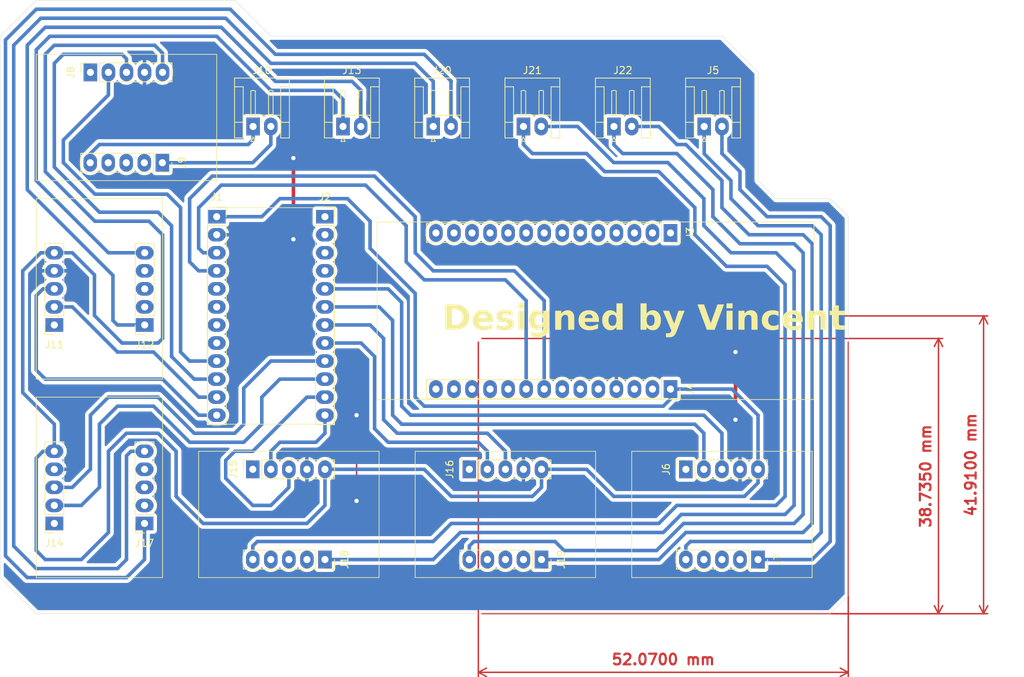
<source format=kicad_pcb>
(kicad_pcb (version 20240108) (generator "pcbnew") (generator_version "8.0")
  (layers (0 "F.Cu" signal) (31 "B.Cu" signal) (34 "B.Paste" user) (35 "F.Paste" user) (36 "B.SilkS" user "B.Silkscreen") (37 "F.SilkS" user "F.Silkscreen") (38 "B.Mask" user) (39 "F.Mask" user) (44 "Edge.Cuts" user))
  (net 0 "")
  (net 31 "GND")
  (net 32 "+5V")
  (net 33 "SDA")
  (net 34 "SCL")
  (net 36 "SCL1")
  (net 37 "SDA0")
  (net 38 "SCL0")
  (net 39 "SDA1")
  (net 40 "SDA2")
  (net 41 "SCL2")
  (net 42 "SDA5")
  (net 43 "SCL5")
  (net 44 "SDA4")
  (net 45 "SCL3")
  (net 46 "SDA3")
  (net 47 "SCL4")
  (net 50 "Net-(J5-Pin_1)")
  (net 51 "Net-(J5-Pin_2)")
  (net 58 "Net-(J10-Pin_2)")
  (net 59 "Net-(J10-Pin_1)")
  (net 62 "Net-(J12-Pin_1)")
  (net 64 "Net-(J12-Pin_5)")
  (net 70 "Net-(J17-Pin_5)")
  (net 71 "Net-(J17-Pin_1)")
  (net 78 "Net-(J18-Pin_1)")
  (net 79 "Net-(J18-Pin_5)")
  (net 80 "Net-(J19-Pin_5)")
  (net 81 "Net-(J19-Pin_1)")
  (footprint "Connector_PinSocket_2.54mm:PinSocket_1x14_P2.54mm_Vertical" (layer "F.Cu") (at 165.48 78.486 -90)
    (property "Reference" "J3" (at 0 -2.77 90) (layer "F.SilkS"))
    (property "Value" "Conn_01x14_Socket")
    (pad "1" thru_hole rect (at 0 0 270) (size 2.5 1.9) (drill 1) (layers "*.Cu" "*.Mask"))
    (pad "2" thru_hole oval (at 0 2.54 270) (size 2.5 1.9) (drill 1) (layers "*.Cu" "*.Mask"))
    (pad "3" thru_hole oval (at 0 5.08 270) (size 2.5 1.9) (drill 1) (layers "*.Cu" "*.Mask"))
    (pad "4" thru_hole oval (at 0 7.62 270) (size 2.5 1.9) (drill 1) (layers "*.Cu" "*.Mask"))
    (pad "5" thru_hole oval (at 0 10.16 270) (size 2.5 1.9) (drill 1) (layers "*.Cu" "*.Mask"))
    (pad "6" thru_hole oval (at 0 12.7 270) (size 2.5 1.9) (drill 1) (layers "*.Cu" "*.Mask"))
    (pad "7" thru_hole oval (at 0 15.24 270) (size 2.5 1.9) (drill 1) (layers "*.Cu" "*.Mask"))
    (pad "8" thru_hole oval (at 0 17.78 270) (size 2.5 1.9) (drill 1) (layers "*.Cu" "*.Mask"))
    (pad "9" thru_hole oval (at 0 20.32 270) (size 2.5 1.9) (drill 1) (layers "*.Cu" "*.Mask"))
    (pad "10" thru_hole oval (at 0 22.86 270) (size 2.5 1.9) (drill 1) (layers "*.Cu" "*.Mask"))
    (pad "11" thru_hole oval (at 0 25.4 270) (size 2.5 1.9) (drill 1) (layers "*.Cu" "*.Mask"))
    (pad "12" thru_hole oval (at 0 27.94 270) (size 2.5 1.9) (drill 1) (layers "*.Cu" "*.Mask"))
    (pad "13" thru_hole oval (at 0 30.48 270) (size 2.5 1.9) (drill 1) (layers "*.Cu" "*.Mask"))
    (pad "14" thru_hole oval (at 0 33.02 270) (size 2.5 1.9) (drill 1) (layers "*.Cu" "*.Mask"))
  )
  (footprint "Connector_PinSocket_2.54mm:PinSocket_1x05_P2.54mm_Vertical" (layer "F.Cu") (at 78.74 91.44 180)
    (property "Reference" "J11" (at 0 -2.77 0) (layer "F.SilkS"))
    (property "Value" "Conn_01x05_Socket")
    (pad "1" thru_hole rect (at 0 0 180) (size 2.5 1.9) (drill 1) (layers "*.Cu" "*.Mask"))
    (pad "2" thru_hole oval (at 0 2.54 180) (size 2.5 1.9) (drill 1) (layers "*.Cu" "*.Mask") (net 39 "SDA1"))
    (pad "3" thru_hole oval (at 0 5.08 180) (size 2.5 1.9) (drill 1) (layers "*.Cu" "*.Mask") (net 36 "SCL1"))
    (pad "4" thru_hole oval (at 0 7.62 180) (size 2.5 1.9) (drill 1) (layers "*.Cu" "*.Mask") (net 31 "GND"))
    (pad "5" thru_hole oval (at 0 10.16 180) (size 2.5 1.9) (drill 1) (layers "*.Cu" "*.Mask") (net 32 "+5V"))
  )
  (footprint "Connector_PinSocket_2.54mm:PinSocket_1x05_P2.54mm_Vertical" (layer "F.Cu") (at 177.8 124.46 -90)
    (property "Reference" "J7" (at 0 -2.77 90) (layer "F.SilkS"))
    (property "Value" "Conn_01x05_Socket")
    (pad "1" thru_hole rect (at 0 0 270) (size 2.5 1.9) (drill 1) (layers "*.Cu" "*.Mask") (net 51 "Net-(J5-Pin_2)"))
    (pad "2" thru_hole oval (at 0 2.54 270) (size 2.5 1.9) (drill 1) (layers "*.Cu" "*.Mask"))
    (pad "3" thru_hole oval (at 0 5.08 270) (size 2.5 1.9) (drill 1) (layers "*.Cu" "*.Mask"))
    (pad "4" thru_hole oval (at 0 7.62 270) (size 2.5 1.9) (drill 1) (layers "*.Cu" "*.Mask"))
    (pad "5" thru_hole oval (at 0 10.16 270) (size 2.5 1.9) (drill 1) (layers "*.Cu" "*.Mask") (net 50 "Net-(J5-Pin_1)"))
  )
  (footprint "Connector_PinSocket_2.54mm:PinSocket_1x12_P2.54mm_Vertical" (layer "F.Cu") (at 101.6 76.2)
    (property "Reference" "J1" (at 0 -2.77 0) (layer "F.SilkS"))
    (property "Value" "Conn_01x12_Socket")
    (pad "1" thru_hole rect (at 0 0) (size 2.5 1.9) (drill 1) (layers "*.Cu" "*.Mask") (net 32 "+5V"))
    (pad "2" thru_hole oval (at 0 2.54) (size 2.5 1.9) (drill 1) (layers "*.Cu" "*.Mask") (net 31 "GND"))
    (pad "3" thru_hole oval (at 0 5.08) (size 2.5 1.9) (drill 1) (layers "*.Cu" "*.Mask") (net 33 "SDA"))
    (pad "4" thru_hole oval (at 0 7.62) (size 2.5 1.9) (drill 1) (layers "*.Cu" "*.Mask") (net 34 "SCL"))
    (pad "5" thru_hole oval (at 0 10.16) (size 2.5 1.9) (drill 1) (layers "*.Cu" "*.Mask"))
    (pad "6" thru_hole oval (at 0 12.7) (size 2.5 1.9) (drill 1) (layers "*.Cu" "*.Mask"))
    (pad "7" thru_hole oval (at 0 15.24) (size 2.5 1.9) (drill 1) (layers "*.Cu" "*.Mask"))
    (pad "8" thru_hole oval (at 0 17.78) (size 2.5 1.9) (drill 1) (layers "*.Cu" "*.Mask"))
    (pad "9" thru_hole oval (at 0 20.32) (size 2.5 1.9) (drill 1) (layers "*.Cu" "*.Mask") (net 37 "SDA0"))
    (pad "10" thru_hole oval (at 0 22.86) (size 2.5 1.9) (drill 1) (layers "*.Cu" "*.Mask") (net 38 "SCL0"))
    (pad "11" thru_hole oval (at 0 25.4) (size 2.5 1.9) (drill 1) (layers "*.Cu" "*.Mask") (net 39 "SDA1"))
    (pad "12" thru_hole oval (at 0 27.94) (size 2.5 1.9) (drill 1) (layers "*.Cu" "*.Mask") (net 36 "SCL1"))
  )
  (footprint "Connector_JST:JST_EH_S2B-EH_1x02_P2.50mm_Horizontal" (layer "F.Cu") (at 144.78 63.5)
    (property "Reference" "J21" (at 1.25 -7.9 0) (layer "F.SilkS"))
    (property "Value" "Conn_01x02_Socket")
    (pad "1" thru_hole rect (at 0 0) (size 1.9 2.5) (drill 1) (layers "*.Cu" "*.Mask") (net 79 "Net-(J18-Pin_5)"))
    (pad "2" thru_hole oval (at 2.5 0) (size 1.9 2.5) (drill 1) (layers "*.Cu" "*.Mask") (net 78 "Net-(J18-Pin_1)"))
  )
  (footprint "Connector_PinSocket_2.54mm:PinSocket_1x05_P2.54mm_Vertical" (layer "F.Cu") (at 137.16 111.76 90)
    (property "Reference" "J16" (at 0 -2.77 90) (layer "F.SilkS"))
    (property "Value" "Conn_01x05_Socket")
    (pad "1" thru_hole rect (at 0 0 90) (size 2.5 1.9) (drill 1) (layers "*.Cu" "*.Mask"))
    (pad "2" thru_hole oval (at 0 2.54 90) (size 2.5 1.9) (drill 1) (layers "*.Cu" "*.Mask") (net 44 "SDA4"))
    (pad "3" thru_hole oval (at 0 5.08 90) (size 2.5 1.9) (drill 1) (layers "*.Cu" "*.Mask") (net 47 "SCL4"))
    (pad "4" thru_hole oval (at 0 7.62 90) (size 2.5 1.9) (drill 1) (layers "*.Cu" "*.Mask") (net 31 "GND"))
    (pad "5" thru_hole oval (at 0 10.16 90) (size 2.5 1.9) (drill 1) (layers "*.Cu" "*.Mask") (net 32 "+5V"))
  )
  (footprint "Connector_JST:JST_EH_S2B-EH_1x02_P2.50mm_Horizontal" (layer "F.Cu") (at 157.52 63.5)
    (property "Reference" "J22" (at 1.25 -7.9 0) (layer "F.SilkS"))
    (property "Value" "Conn_01x02_Socket")
    (pad "1" thru_hole rect (at 0 0) (size 1.9 2.5) (drill 1) (layers "*.Cu" "*.Mask") (net 80 "Net-(J19-Pin_5)"))
    (pad "2" thru_hole oval (at 2.5 0) (size 1.9 2.5) (drill 1) (layers "*.Cu" "*.Mask") (net 81 "Net-(J19-Pin_1)"))
  )
  (footprint "Connector_JST:JST_EH_S2B-EH_1x02_P2.50mm_Horizontal" (layer "F.Cu") (at 119.38 63.5)
    (property "Reference" "J13" (at 1.25 -7.9 0) (layer "F.SilkS"))
    (property "Value" "Conn_01x02_Socket")
    (pad "1" thru_hole rect (at 0 0) (size 1.9 2.5) (drill 1) (layers "*.Cu" "*.Mask") (net 64 "Net-(J12-Pin_5)"))
    (pad "2" thru_hole oval (at 2.5 0) (size 1.9 2.5) (drill 1) (layers "*.Cu" "*.Mask") (net 62 "Net-(J12-Pin_1)"))
  )
  (footprint "Connector_JST:JST_EH_S2B-EH_1x02_P2.50mm_Horizontal" (layer "F.Cu") (at 106.72 63.5)
    (property "Reference" "J10" (at 1.25 -7.9 0) (layer "F.SilkS"))
    (property "Value" "Conn_01x02_Socket")
    (pad "1" thru_hole rect (at 0 0) (size 1.9 2.5) (drill 1) (layers "*.Cu" "*.Mask") (net 59 "Net-(J10-Pin_1)"))
    (pad "2" thru_hole oval (at 2.5 0) (size 1.9 2.5) (drill 1) (layers "*.Cu" "*.Mask") (net 58 "Net-(J10-Pin_2)"))
  )
  (footprint "Connector_JST:JST_EH_S2B-EH_1x02_P2.50mm_Horizontal" (layer "F.Cu") (at 132.08 63.5)
    (property "Reference" "J20" (at 1.25 -7.9 0) (layer "F.SilkS"))
    (property "Value" "Conn_01x02_Socket")
    (pad "1" thru_hole rect (at 0 0) (size 1.9 2.5) (drill 1) (layers "*.Cu" "*.Mask") (net 70 "Net-(J17-Pin_5)"))
    (pad "2" thru_hole oval (at 2.5 0) (size 1.9 2.5) (drill 1) (layers "*.Cu" "*.Mask") (net 71 "Net-(J17-Pin_1)"))
  )
  (footprint "Connector_PinSocket_2.54mm:PinSocket_1x12_P2.54mm_Vertical" (layer "F.Cu") (at 116.84 76.2)
    (property "Reference" "J2" (at 0 -2.77 0) (layer "F.SilkS"))
    (property "Value" "Conn_01x12_Socket")
    (pad "1" thru_hole rect (at 0 0) (size 2.5 1.9) (drill 1) (layers "*.Cu" "*.Mask"))
    (pad "2" thru_hole oval (at 0 2.54) (size 2.5 1.9) (drill 1) (layers "*.Cu" "*.Mask"))
    (pad "3" thru_hole oval (at 0 5.08) (size 2.5 1.9) (drill 1) (layers "*.Cu" "*.Mask"))
    (pad "4" thru_hole oval (at 0 7.62) (size 2.5 1.9) (drill 1) (layers "*.Cu" "*.Mask"))
    (pad "5" thru_hole oval (at 0 10.16) (size 2.5 1.9) (drill 1) (layers "*.Cu" "*.Mask") (net 43 "SCL5"))
    (pad "6" thru_hole oval (at 0 12.7) (size 2.5 1.9) (drill 1) (layers "*.Cu" "*.Mask") (net 42 "SDA5"))
    (pad "7" thru_hole oval (at 0 15.24) (size 2.5 1.9) (drill 1) (layers "*.Cu" "*.Mask") (net 47 "SCL4"))
    (pad "8" thru_hole oval (at 0 17.78) (size 2.5 1.9) (drill 1) (layers "*.Cu" "*.Mask") (net 44 "SDA4"))
    (pad "9" thru_hole oval (at 0 20.32) (size 2.5 1.9) (drill 1) (layers "*.Cu" "*.Mask") (net 45 "SCL3"))
    (pad "10" thru_hole oval (at 0 22.86) (size 2.5 1.9) (drill 1) (layers "*.Cu" "*.Mask") (net 46 "SDA3"))
    (pad "11" thru_hole oval (at 0 25.4) (size 2.5 1.9) (drill 1) (layers "*.Cu" "*.Mask") (net 41 "SCL2"))
    (pad "12" thru_hole oval (at 0 27.94) (size 2.5 1.9) (drill 1) (layers "*.Cu" "*.Mask") (net 40 "SDA2"))
  )
  (footprint "Connector_PinSocket_2.54mm:PinSocket_1x05_P2.54mm_Vertical" (layer "F.Cu") (at 106.68 111.76 90)
    (property "Reference" "J15" (at 0 -2.77 90) (layer "F.SilkS"))
    (property "Value" "Conn_01x05_Socket")
    (pad "1" thru_hole rect (at 0 0 90) (size 2.5 1.9) (drill 1) (layers "*.Cu" "*.Mask"))
    (pad "2" thru_hole oval (at 0 2.54 90) (size 2.5 1.9) (drill 1) (layers "*.Cu" "*.Mask") (net 40 "SDA2"))
    (pad "3" thru_hole oval (at 0 5.08 90) (size 2.5 1.9) (drill 1) (layers "*.Cu" "*.Mask") (net 41 "SCL2"))
    (pad "4" thru_hole oval (at 0 7.62 90) (size 2.5 1.9) (drill 1) (layers "*.Cu" "*.Mask") (net 31 "GND"))
    (pad "5" thru_hole oval (at 0 10.16 90) (size 2.5 1.9) (drill 1) (layers "*.Cu" "*.Mask") (net 32 "+5V"))
  )
  (footprint "Connector_PinSocket_2.54mm:PinSocket_1x14_P2.54mm_Vertical" (layer "F.Cu") (at 165.48 100.466 -90)
    (property "Reference" "J4" (at 0 -2.77 90) (layer "F.SilkS"))
    (property "Value" "Conn_01x14_Socket")
    (pad "1" thru_hole rect (at 0 0 270) (size 2.5 1.9) (drill 1) (layers "*.Cu" "*.Mask") (net 32 "+5V"))
    (pad "2" thru_hole oval (at 0 2.54 270) (size 2.5 1.9) (drill 1) (layers "*.Cu" "*.Mask"))
    (pad "3" thru_hole oval (at 0 5.08 270) (size 2.5 1.9) (drill 1) (layers "*.Cu" "*.Mask"))
    (pad "4" thru_hole oval (at 0 7.62 270) (size 2.5 1.9) (drill 1) (layers "*.Cu" "*.Mask") (net 31 "GND"))
    (pad "5" thru_hole oval (at 0 10.16 270) (size 2.5 1.9) (drill 1) (layers "*.Cu" "*.Mask"))
    (pad "6" thru_hole oval (at 0 12.7 270) (size 2.5 1.9) (drill 1) (layers "*.Cu" "*.Mask"))
    (pad "7" thru_hole oval (at 0 15.24 270) (size 2.5 1.9) (drill 1) (layers "*.Cu" "*.Mask"))
    (pad "8" thru_hole oval (at 0 17.78 270) (size 2.5 1.9) (drill 1) (layers "*.Cu" "*.Mask") (net 34 "SCL"))
    (pad "9" thru_hole oval (at 0 20.32 270) (size 2.5 1.9) (drill 1) (layers "*.Cu" "*.Mask") (net 33 "SDA"))
    (pad "10" thru_hole oval (at 0 22.86 270) (size 2.5 1.9) (drill 1) (layers "*.Cu" "*.Mask"))
    (pad "11" thru_hole oval (at 0 25.4 270) (size 2.5 1.9) (drill 1) (layers "*.Cu" "*.Mask"))
    (pad "12" thru_hole oval (at 0 27.94 270) (size 2.5 1.9) (drill 1) (layers "*.Cu" "*.Mask"))
    (pad "13" thru_hole oval (at 0 30.48 270) (size 2.5 1.9) (drill 1) (layers "*.Cu" "*.Mask"))
    (pad "14" thru_hole oval (at 0 33.02 270) (size 2.5 1.9) (drill 1) (layers "*.Cu" "*.Mask"))
  )
  (footprint "Connector_PinSocket_2.54mm:PinSocket_1x05_P2.54mm_Vertical" (layer "F.Cu") (at 167.64 111.76 90)
    (property "Reference" "J6" (at 0 -2.77 90) (layer "F.SilkS"))
    (property "Value" "Conn_01x05_Socket")
    (pad "1" thru_hole rect (at 0 0 90) (size 2.5 1.9) (drill 1) (layers "*.Cu" "*.Mask"))
    (pad "2" thru_hole oval (at 0 2.54 90) (size 2.5 1.9) (drill 1) (layers "*.Cu" "*.Mask") (net 42 "SDA5"))
    (pad "3" thru_hole oval (at 0 5.08 90) (size 2.5 1.9) (drill 1) (layers "*.Cu" "*.Mask") (net 43 "SCL5"))
    (pad "4" thru_hole oval (at 0 7.62 90) (size 2.5 1.9) (drill 1) (layers "*.Cu" "*.Mask") (net 31 "GND"))
    (pad "5" thru_hole oval (at 0 10.16 90) (size 2.5 1.9) (drill 1) (layers "*.Cu" "*.Mask") (net 32 "+5V"))
  )
  (footprint "Connector_PinSocket_2.54mm:PinSocket_1x05_P2.54mm_Vertical" (layer "F.Cu") (at 91.465 91.44 180)
    (property "Reference" "J12" (at 0 -2.77 0) (layer "F.SilkS"))
    (property "Value" "Conn_01x05_Socket")
    (pad "1" thru_hole rect (at 0 0 180) (size 2.5 1.9) (drill 1) (layers "*.Cu" "*.Mask") (net 62 "Net-(J12-Pin_1)"))
    (pad "2" thru_hole oval (at 0 2.54 180) (size 2.5 1.9) (drill 1) (layers "*.Cu" "*.Mask"))
    (pad "3" thru_hole oval (at 0 5.08 180) (size 2.5 1.9) (drill 1) (layers "*.Cu" "*.Mask"))
    (pad "4" thru_hole oval (at 0 7.62 180) (size 2.5 1.9) (drill 1) (layers "*.Cu" "*.Mask"))
    (pad "5" thru_hole oval (at 0 10.16 180) (size 2.5 1.9) (drill 1) (layers "*.Cu" "*.Mask") (net 64 "Net-(J12-Pin_5)"))
  )
  (footprint "Connector_PinSocket_2.54mm:PinSocket_1x05_P2.54mm_Vertical" (layer "F.Cu") (at 147.32 124.46 -90)
    (property "Reference" "J19" (at 0 -2.77 90) (layer "F.SilkS"))
    (property "Value" "Conn_01x05_Socket")
    (pad "1" thru_hole rect (at 0 0 270) (size 2.5 1.9) (drill 1) (layers "*.Cu" "*.Mask") (net 81 "Net-(J19-Pin_1)"))
    (pad "2" thru_hole oval (at 0 2.54 270) (size 2.5 1.9) (drill 1) (layers "*.Cu" "*.Mask"))
    (pad "3" thru_hole oval (at 0 5.08 270) (size 2.5 1.9) (drill 1) (layers "*.Cu" "*.Mask"))
    (pad "4" thru_hole oval (at 0 7.62 270) (size 2.5 1.9) (drill 1) (layers "*.Cu" "*.Mask"))
    (pad "5" thru_hole oval (at 0 10.16 270) (size 2.5 1.9) (drill 1) (layers "*.Cu" "*.Mask") (net 80 "Net-(J19-Pin_5)"))
  )
  (footprint "Connector_PinSocket_2.54mm:PinSocket_1x05_P2.54mm_Vertical" (layer "F.Cu") (at 91.44 119.38 180)
    (property "Reference" "J17" (at 0 -2.77 0) (layer "F.SilkS"))
    (property "Value" "Conn_01x05_Socket")
    (pad "1" thru_hole rect (at 0 0 180) (size 2.5 1.9) (drill 1) (layers "*.Cu" "*.Mask") (net 71 "Net-(J17-Pin_1)"))
    (pad "2" thru_hole oval (at 0 2.54 180) (size 2.5 1.9) (drill 1) (layers "*.Cu" "*.Mask"))
    (pad "3" thru_hole oval (at 0 5.08 180) (size 2.5 1.9) (drill 1) (layers "*.Cu" "*.Mask"))
    (pad "4" thru_hole oval (at 0 7.62 180) (size 2.5 1.9) (drill 1) (layers "*.Cu" "*.Mask"))
    (pad "5" thru_hole oval (at 0 10.16 180) (size 2.5 1.9) (drill 1) (layers "*.Cu" "*.Mask") (net 70 "Net-(J17-Pin_5)"))
  )
  (footprint "Connector_JST:JST_EH_S2B-EH_1x02_P2.50mm_Horizontal" (layer "F.Cu") (at 170.22 63.5)
    (property "Reference" "J5" (at 1.25 -7.9 0) (layer "F.SilkS"))
    (property "Value" "Conn_01x02_Socket")
    (pad "1" thru_hole rect (at 0 0) (size 1.9 2.5) (drill 1) (layers "*.Cu" "*.Mask") (net 50 "Net-(J5-Pin_1)"))
    (pad "2" thru_hole oval (at 2.5 0) (size 1.9 2.5) (drill 1) (layers "*.Cu" "*.Mask") (net 51 "Net-(J5-Pin_2)"))
  )
  (footprint "Connector_PinSocket_2.54mm:PinSocket_1x05_P2.54mm_Vertical" (layer "F.Cu") (at 116.84 124.46 -90)
    (property "Reference" "J18" (at 0 -2.77 90) (layer "F.SilkS"))
    (property "Value" "Conn_01x05_Socket")
    (pad "1" thru_hole rect (at 0 0 270) (size 2.5 1.9) (drill 1) (layers "*.Cu" "*.Mask") (net 78 "Net-(J18-Pin_1)"))
    (pad "2" thru_hole oval (at 0 2.54 270) (size 2.5 1.9) (drill 1) (layers "*.Cu" "*.Mask"))
    (pad "3" thru_hole oval (at 0 5.08 270) (size 2.5 1.9) (drill 1) (layers "*.Cu" "*.Mask"))
    (pad "4" thru_hole oval (at 0 7.62 270) (size 2.5 1.9) (drill 1) (layers "*.Cu" "*.Mask"))
    (pad "5" thru_hole oval (at 0 10.16 270) (size 2.5 1.9) (drill 1) (layers "*.Cu" "*.Mask") (net 79 "Net-(J18-Pin_5)"))
  )
  (footprint "Connector_PinSocket_2.54mm:PinSocket_1x05_P2.54mm_Vertical" (layer "F.Cu") (at 93.95 68.605 -90)
    (property "Reference" "J9" (at 0 -2.77 90) (layer "F.SilkS"))
    (property "Value" "Conn_01x05_Socket")
    (pad "1" thru_hole rect (at 0 0 270) (size 2.5 1.9) (drill 1) (layers "*.Cu" "*.Mask") (net 58 "Net-(J10-Pin_2)"))
    (pad "2" thru_hole oval (at 0 2.54 270) (size 2.5 1.9) (drill 1) (layers "*.Cu" "*.Mask"))
    (pad "3" thru_hole oval (at 0 5.08 270) (size 2.5 1.9) (drill 1) (layers "*.Cu" "*.Mask"))
    (pad "4" thru_hole oval (at 0 7.62 270) (size 2.5 1.9) (drill 1) (layers "*.Cu" "*.Mask"))
    (pad "5" thru_hole oval (at 0 10.16 270) (size 2.5 1.9) (drill 1) (layers "*.Cu" "*.Mask") (net 59 "Net-(J10-Pin_1)"))
  )
  (footprint "Connector_PinSocket_2.54mm:PinSocket_1x05_P2.54mm_Vertical" (layer "F.Cu") (at 78.74 119.38 180)
    (property "Reference" "J14" (at 0 -2.77 0) (layer "F.SilkS"))
    (property "Value" "Conn_01x05_Socket")
    (pad "1" thru_hole rect (at 0 0 180) (size 2.5 1.9) (drill 1) (layers "*.Cu" "*.Mask"))
    (pad "2" thru_hole oval (at 0 2.54 180) (size 2.5 1.9) (drill 1) (layers "*.Cu" "*.Mask") (net 46 "SDA3"))
    (pad "3" thru_hole oval (at 0 5.08 180) (size 2.5 1.9) (drill 1) (layers "*.Cu" "*.Mask") (net 45 "SCL3"))
    (pad "4" thru_hole oval (at 0 7.62 180) (size 2.5 1.9) (drill 1) (layers "*.Cu" "*.Mask") (net 31 "GND"))
    (pad "5" thru_hole oval (at 0 10.16 180) (size 2.5 1.9) (drill 1) (layers "*.Cu" "*.Mask") (net 32 "+5V"))
  )
  (footprint "Connector_PinSocket_2.54mm:PinSocket_1x05_P2.54mm_Vertical" (layer "F.Cu") (at 83.82 55.88 90)
    (property "Reference" "J8" (at 0 -2.77 90) (layer "F.SilkS"))
    (property "Value" "Conn_01x05_Socket")
    (pad "1" thru_hole rect (at 0 0 90) (size 2.5 1.9) (drill 1) (layers "*.Cu" "*.Mask"))
    (pad "2" thru_hole oval (at 0 2.54 90) (size 2.5 1.9) (drill 1) (layers "*.Cu" "*.Mask") (net 37 "SDA0"))
    (pad "3" thru_hole oval (at 0 5.08 90) (size 2.5 1.9) (drill 1) (layers "*.Cu" "*.Mask") (net 38 "SCL0"))
    (pad "4" thru_hole oval (at 0 7.62 90) (size 2.5 1.9) (drill 1) (layers "*.Cu" "*.Mask") (net 31 "GND"))
    (pad "5" thru_hole oval (at 0 10.16 90) (size 2.5 1.9) (drill 1) (layers "*.Cu" "*.Mask") (net 32 "+5V"))
  )
  (gr_rect (start 124.19 76.936) (end 185.69 101.936) (stroke (width 0.1)) (fill none) (layer "F.SilkS"))
  (gr_rect (start 99.06 109.22) (end 124.46 127) (stroke (width 0.1)) (fill none) (layer "F.SilkS"))
  (gr_rect (start 76.2 73.66) (end 93.98 99.06) (stroke (width 0.1)) (fill none) (layer "F.SilkS"))
  (gr_rect (start 76.2 53.34) (end 101.6 71.12) (stroke (width 0.1)) (fill none) (layer "F.SilkS"))
  (gr_rect (start 160.02 109.22) (end 185.42 127) (stroke (width 0.1)) (fill none) (layer "F.SilkS"))
  (gr_rect (start 76.2 101.6) (end 93.98 127) (stroke (width 0.1)) (fill none) (layer "F.SilkS"))
  (gr_rect (start 100.33 74.93) (end 118.11 105.41) (stroke (width 0.1)) (fill none) (layer "F.SilkS"))
  (gr_rect (start 129.54 109.22) (end 154.94 127) (stroke (width 0.1)) (fill none) (layer "F.SilkS"))
  (gr_line (start 187.96 132.08) (end 190.5 129.54) (stroke (width 0.05)) (layer "Edge.Cuts"))
  (gr_line (start 190.5 129.54) (end 190.5 76.2) (stroke (width 0.05)) (layer "Edge.Cuts"))
  (gr_line (start 177.8 55.88) (end 172.72 50.8) (stroke (width 0.05)) (layer "Edge.Cuts"))
  (gr_line (start 180.34 73.66) (end 177.8 71.12) (stroke (width 0.05)) (layer "Edge.Cuts"))
  (gr_line (start 172.72 50.8) (end 109.22 50.8) (stroke (width 0.05)) (layer "Edge.Cuts"))
  (gr_line (start 187.96 73.66) (end 180.34 73.66) (stroke (width 0.05)) (layer "Edge.Cuts"))
  (gr_line (start 76.2 132.08) (end 187.96 132.08) (stroke (width 0.05)) (layer "Edge.Cuts"))
  (gr_line (start 71.12 127) (end 76.2 132.08) (stroke (width 0.05)) (layer "Edge.Cuts"))
  (gr_line (start 177.8 71.12) (end 177.8 66.04) (stroke (width 0.05)) (layer "Edge.Cuts"))
  (gr_line (start 76.2 45.72) (end 71.12 50.8) (stroke (width 0.05)) (layer "Edge.Cuts"))
  (gr_line (start 190.5 76.2) (end 187.96 73.66) (stroke (width 0.05)) (layer "Edge.Cuts"))
  (gr_line (start 109.22 50.8) (end 104.14 45.72) (stroke (width 0.05)) (layer "Edge.Cuts"))
  (gr_line (start 104.14 45.72) (end 76.2 45.72) (stroke (width 0.05)) (layer "Edge.Cuts"))
  (gr_line (start 71.12 50.8) (end 71.12 127) (stroke (width 0.05)) (layer "Edge.Cuts"))
  (gr_line (start 177.8 66.04) (end 177.8 55.88) (stroke (width 0.05)) (layer "Edge.Cuts"))
  (gr_text "Designed by Vincent" (at 133.35 92.71 0) (layer "F.SilkS") (effects (font (size 3.5 3.5) (thickness 0.2) (bold yes)) (justify left bottom)))
  (dimension (type aligned) (layer "F.Cu") (pts (xy 138.43 93.345) (xy 138.43 132.08)) (height -64.77) (gr_text "38,7350 mm" (at 201.4 112.7125 90) (layer "F.Cu") (effects (font (size 1.5 1.5) (thickness 0.3)))) (format (prefix "") (suffix "") (units 3) (units_format 1) (precision 4)) (style (thickness 0.2) (arrow_length 1.27) (text_position_mode 0) (extension_height 0.58642) (extension_offset 0.5) keep_text_aligned))
  (dimension (type aligned) (layer "F.Cu") (pts (xy 138.43 93.345) (xy 190.5 93.345)) (height 46.99) (gr_text "52,0700 mm" (at 164.465 138.535 0) (layer "F.Cu") (effects (font (size 1.5 1.5) (thickness 0.3)))) (format (prefix "") (suffix "") (units 3) (units_format 1) (precision 4)) (style (thickness 0.2) (arrow_length 1.27) (text_position_mode 0) (extension_height 0.58642) (extension_offset 0.5) keep_text_aligned))
  (dimension (type aligned) (layer "F.Cu") (pts (xy 187.96 132.08) (xy 187.96 90.17)) (height 21.59) (gr_text "41,9100 mm" (at 207.75 111.125 90) (layer "F.Cu") (effects (font (size 1.5 1.5) (thickness 0.3)))) (format (prefix "") (suffix "") (units 3) (units_format 1) (precision 4)) (style (thickness 0.2) (arrow_length 1.27) (text_position_mode 0) (extension_height 0.58642) (extension_offset 0.5) keep_text_aligned))
  (segment (start 174.625 104.775) (end 174.625 95.25) (width 0.5) (layer "F.Cu") (net 31))
  (segment (start 121.285 104.14) (end 121.285 116.205) (width 0.2) (layer "F.Cu") (net 31))
  (segment (start 112.395 67.945) (end 112.395 79.375) (width 0.5) (layer "F.Cu") (net 31))
  (via (at 112.395 79.375) (size 1.6) (drill 0.6) (layers "F.Cu" "B.Cu") (net 31))
  (via (at 174.625 95.25) (size 1.6) (drill 0.6) (layers "F.Cu" "B.Cu") (net 31))
  (via (at 121.285 104.14) (size 1.6) (drill 0.6) (layers "F.Cu" "B.Cu") (net 31))
  (via (at 121.285 116.205) (size 1.6) (drill 0.6) (layers "F.Cu" "B.Cu") (net 31))
  (via (at 112.395 67.945) (size 1.6) (drill 0.6) (layers "F.Cu" "B.Cu") (net 31))
  (via (at 174.625 104.775) (size 1.6) (drill 0.6) (layers "F.Cu" "B.Cu") (net 31))
  (segment (start 177.8 111.76) (end 177.8 104.14) (width 0.5) (layer "B.Cu") (net 32))
  (segment (start 86.36 109.22) (end 88.9 106.68) (width 0.5) (layer "B.Cu") (net 32))
  (segment (start 92.075 76.835) (end 84.455 76.835) (width 0.5) (layer "B.Cu") (net 32))
  (segment (start 177.8 113.665) (end 175.895 115.57) (width 0.5) (layer "B.Cu") (net 32))
  (segment (start 78.74 105.41) (end 78.74 109.22) (width 0.5) (layer "B.Cu") (net 32))
  (segment (start 78.74 81.28) (end 81.28 81.28) (width 0.5) (layer "B.Cu") (net 32))
  (segment (start 110.49 73.66) (end 120.015 73.66) (width 0.5) (layer "B.Cu") (net 32))
  (segment (start 77.1525 109.22) (end 76.2 110.1725) (width 0.5) (layer "B.Cu") (net 32))
  (segment (start 114.3 119.38) (end 116.84 116.84) (width 0.5) (layer "B.Cu") (net 32))
  (segment (start 177.8 104.14) (end 174.126 100.466) (width 0.5) (layer "B.Cu") (net 32))
  (segment (start 123.19 80.645) (end 129.54 86.995) (width 0.5) (layer "B.Cu") (net 32))
  (segment (start 81.28 81.28) (end 84.39 84.39) (width 0.5) (layer "B.Cu") (net 32))
  (segment (start 88.265 93.98) (end 93.345 93.98) (width 0.5) (layer "B.Cu") (net 32))
  (segment (start 78.74 52.07) (end 92.86875 52.07) (width 0.5) (layer "B.Cu") (net 32))
  (segment (start 93.98 78.74) (end 92.075 76.835) (width 0.5) (layer "B.Cu") (net 32))
  (segment (start 78.74 81.28) (end 76.835 81.28) (width 0.5) (layer "B.Cu") (net 32))
  (segment (start 82.55 124.46) (end 86.36 120.65) (width 0.5) (layer "B.Cu") (net 32))
  (segment (start 164.465 102.87) (end 165.48 101.855) (width 0.5) (layer "B.Cu") (net 32))
  (segment (start 78.74 109.22) (end 77.1525 109.22) (width 0.5) (layer "B.Cu") (net 32))
  (segment (start 175.895 115.57) (end 157.48 115.57) (width 0.5) (layer "B.Cu") (net 32))
  (segment (start 157.48 115.57) (end 153.67 111.76) (width 0.5) (layer "B.Cu") (net 32))
  (segment (start 174.126 100.466) (end 165.48 100.466) (width 0.5) (layer "B.Cu") (net 32))
  (segment (start 77.47 53.34) (end 78.74 52.07) (width 0.5) (layer "B.Cu") (net 32))
  (segment (start 76.2 123.19) (end 77.47 124.46) (width 0.5) (layer "B.Cu") (net 32))
  (segment (start 77.47 69.85) (end 77.47 53.34) (width 0.5) (layer "B.Cu") (net 32))
  (segment (start 84.39 84.39) (end 84.39 90.105) (width 0.5) (layer "B.Cu") (net 32))
  (segment (start 134.62 115.57) (end 146.05 115.57) (width 0.5) (layer "B.Cu") (net 32))
  (segment (start 130.81 102.87) (end 164.465 102.87) (width 0.5) (layer "B.Cu") (net 32))
  (segment (start 93.98 53.18125) (end 93.98 55.88) (width 0.5) (layer "B.Cu") (net 32))
  (segment (start 88.9 106.68) (end 93.345 106.68) (width 0.5) (layer "B.Cu") (net 32))
  (segment (start 95.885 109.22) (end 95.885 115.57) (width 0.5) (layer "B.Cu") (net 32))
  (segment (start 86.36 120.65) (end 86.36 109.22) (width 0.5) (layer "B.Cu") (net 32))
  (segment (start 107.95 76.2) (end 110.49 73.66) (width 0.5) (layer "B.Cu") (net 32))
  (segment (start 120.015 73.66) (end 123.19 76.835) (width 0.5) (layer "B.Cu") (net 32))
  (segment (start 177.8 111.76) (end 177.8 113.665) (width 0.5) (layer "B.Cu") (net 32))
  (segment (start 76.835 81.28) (end 74.295 83.82) (width 0.5) (layer "B.Cu") (net 32))
  (segment (start 93.345 93.98) (end 93.98 93.345) (width 0.5) (layer "B.Cu") (net 32))
  (segment (start 129.54 86.995) (end 129.54 101.6) (width 0.5) (layer "B.Cu") (net 32))
  (segment (start 101.6 76.2) (end 107.95 76.2) (width 0.5) (layer "B.Cu") (net 32))
  (segment (start 165.48 101.855) (end 165.48 100.466) (width 0.5) (layer "B.Cu") (net 32))
  (segment (start 147.32 114.3) (end 147.32 111.76) (width 0.5) (layer "B.Cu") (net 32))
  (segment (start 93.98 93.345) (end 93.98 78.74) (width 0.5) (layer "B.Cu") (net 32))
  (segment (start 93.345 106.68) (end 95.885 109.22) (width 0.5) (layer "B.Cu") (net 32))
  (segment (start 84.39 90.105) (end 88.265 93.98) (width 0.5) (layer "B.Cu") (net 32))
  (segment (start 74.295 100.965) (end 78.74 105.41) (width 0.5) (layer "B.Cu") (net 32))
  (segment (start 129.54 101.6) (end 130.81 102.87) (width 0.5) (layer "B.Cu") (net 32))
  (segment (start 116.84 111.76) (end 130.81 111.76) (width 0.5) (layer "B.Cu") (net 32))
  (segment (start 146.05 115.57) (end 147.32 114.3) (width 0.5) (layer "B.Cu") (net 32))
  (segment (start 77.47 124.46) (end 82.55 124.46) (width 0.5) (layer "B.Cu") (net 32))
  (segment (start 92.86875 52.07) (end 93.98 53.18125) (width 0.5) (layer "B.Cu") (net 32))
  (segment (start 153.67 111.76) (end 147.32 111.76) (width 0.5) (layer "B.Cu") (net 32))
  (segment (start 74.295 83.82) (end 74.295 100.965) (width 0.5) (layer "B.Cu") (net 32))
  (segment (start 116.84 116.84) (end 116.84 111.76) (width 0.5) (layer "B.Cu") (net 32))
  (segment (start 130.81 111.76) (end 134.62 115.57) (width 0.5) (layer "B.Cu") (net 32))
  (segment (start 76.2 110.1725) (end 76.2 123.19) (width 0.5) (layer "B.Cu") (net 32))
  (segment (start 123.19 76.835) (end 123.19 80.645) (width 0.5) (layer "B.Cu") (net 32))
  (segment (start 84.455 76.835) (end 77.47 69.85) (width 0.5) (layer "B.Cu") (net 32))
  (segment (start 99.695 119.38) (end 114.3 119.38) (width 0.5) (layer "B.Cu") (net 32))
  (segment (start 95.885 115.57) (end 99.695 119.38) (width 0.5) (layer "B.Cu") (net 32))
  (segment (start 142.24 85.09) (end 145.16 88.01) (width 0.5) (layer "B.Cu") (net 33))
  (segment (start 128.27 82.55) (end 130.81 85.09) (width 0.5) (layer "B.Cu") (net 33))
  (segment (start 122.555 71.755) (end 128.27 77.47) (width 0.5) (layer "B.Cu") (net 33))
  (segment (start 130.81 85.09) (end 142.24 85.09) (width 0.5) (layer "B.Cu") (net 33))
  (segment (start 101.6 81.28) (end 99.695 81.28) (width 0.5) (layer "B.Cu") (net 33))
  (segment (start 99.06 74.93) (end 102.235 71.755) (width 0.5) (layer "B.Cu") (net 33))
  (segment (start 99.06 80.645) (end 99.06 74.93) (width 0.5) (layer "B.Cu") (net 33))
  (segment (start 128.27 77.47) (end 128.27 82.55) (width 0.5) (layer "B.Cu") (net 33))
  (segment (start 99.695 81.28) (end 99.06 80.645) (width 0.5) (layer "B.Cu") (net 33))
  (segment (start 102.235 71.755) (end 122.555 71.755) (width 0.5) (layer "B.Cu") (net 33))
  (segment (start 145.16 88.01) (end 145.16 100.466) (width 0.5) (layer "B.Cu") (net 33))
  (segment (start 99.06 83.82) (end 97.79 82.55) (width 0.5) (layer "B.Cu") (net 34))
  (segment (start 97.79 73.66) (end 100.965 70.485) (width 0.5) (layer "B.Cu") (net 34))
  (segment (start 129.54 76.2) (end 129.54 81.28) (width 0.5) (layer "B.Cu") (net 34))
  (segment (start 129.54 81.28) (end 132.08 83.82) (width 0.5) (layer "B.Cu") (net 34))
  (segment (start 147.7 88.01) (end 147.7 100.466) (width 0.5) (layer "B.Cu") (net 34))
  (segment (start 97.79 82.55) (end 97.79 73.66) (width 0.5) (layer "B.Cu") (net 34))
  (segment (start 123.825 70.485) (end 129.54 76.2) (width 0.5) (layer "B.Cu") (net 34))
  (segment (start 132.08 83.82) (end 143.51 83.82) (width 0.5) (layer "B.Cu") (net 34))
  (segment (start 143.51 83.82) (end 147.7 88.01) (width 0.5) (layer "B.Cu") (net 34))
  (segment (start 100.965 70.485) (end 123.825 70.485) (width 0.5) (layer "B.Cu") (net 34))
  (segment (start 101.6 83.82) (end 99.06 83.82) (width 0.5) (layer "B.Cu") (net 34))
  (segment (start 77.1525 86.36) (end 76.2 87.3125) (width 0.5) (layer "B.Cu") (net 36))
  (segment (start 99.06 104.14) (end 101.6 104.14) (width 0.5) (layer "B.Cu") (net 36))
  (segment (start 78.74 86.36) (end 77.1525 86.36) (width 0.5) (layer "B.Cu") (net 36))
  (segment (start 93.98 99.06) (end 99.06 104.14) (width 0.5) (layer "B.Cu") (net 36))
  (segment (start 76.2 87.3125) (end 76.2 97.79) (width 0.5) (layer "B.Cu") (net 36))
  (segment (start 76.2 97.79) (end 77.47 99.06) (width 0.5) (layer "B.Cu") (net 36))
  (segment (start 77.47 99.06) (end 93.98 99.06) (width 0.5) (layer "B.Cu") (net 36))
  (segment (start 80.01 65.405) (end 86.36 59.055) (width 0.5) (layer "B.Cu") (net 37))
  (segment (start 96.52 95.25) (end 96.52 74.93) (width 0.5) (layer "B.Cu") (net 37))
  (segment (start 84.455 73.025) (end 80.01 68.58) (width 0.5) (layer "B.Cu") (net 37))
  (segment (start 94.615 73.025) (end 84.455 73.025) (width 0.5) (layer "B.Cu") (net 37))
  (segment (start 96.52 74.93) (end 94.615 73.025) (width 0.5) (layer "B.Cu") (net 37))
  (segment (start 86.36 59.055) (end 86.36 55.88) (width 0.5) (layer "B.Cu") (net 37))
  (segment (start 101.6 96.52) (end 97.79 96.52) (width 0.5) (layer "B.Cu") (net 37))
  (segment (start 97.79 96.52) (end 96.52 95.25) (width 0.5) (layer "B.Cu") (net 37))
  (segment (start 80.01 68.58) (end 80.01 65.405) (width 0.5) (layer "B.Cu") (net 37))
  (segment (start 88.9 55.88) (end 88.9 53.975) (width 0.5) (layer "B.Cu") (net 38))
  (segment (start 80.01 53.34) (end 78.74 54.61) (width 0.5) (layer "B.Cu") (net 38))
  (segment (start 98.425 99.06) (end 101.6 99.06) (width 0.5) (layer "B.Cu") (net 38))
  (segment (start 95.25 77.47) (end 95.25 95.885) (width 0.5) (layer "B.Cu") (net 38))
  (segment (start 88.265 53.34) (end 80.01 53.34) (width 0.5) (layer "B.Cu") (net 38))
  (segment (start 95.25 95.885) (end 98.425 99.06) (width 0.5) (layer "B.Cu") (net 38))
  (segment (start 78.74 69.215) (end 85.09 75.565) (width 0.5) (layer "B.Cu") (net 38))
  (segment (start 85.09 75.565) (end 93.345 75.565) (width 0.5) (layer "B.Cu") (net 38))
  (segment (start 78.74 54.61) (end 78.74 69.215) (width 0.5) (layer "B.Cu") (net 38))
  (segment (start 93.345 75.565) (end 95.25 77.47) (width 0.5) (layer "B.Cu") (net 38))
  (segment (start 88.9 53.975) (end 88.265 53.34) (width 0.5) (layer "B.Cu") (net 38))
  (segment (start 81.28 88.9) (end 78.74 88.9) (width 0.5) (layer "B.Cu") (net 39))
  (segment (start 87.63 95.25) (end 81.28 88.9) (width 0.5) (layer "B.Cu") (net 39))
  (segment (start 99.06 101.6) (end 92.71 95.25) (width 0.5) (layer "B.Cu") (net 39))
  (segment (start 92.71 95.25) (end 87.63 95.25) (width 0.5) (layer "B.Cu") (net 39))
  (segment (start 101.6 101.6) (end 99.06 101.6) (width 0.5) (layer "B.Cu") (net 39))
  (segment (start 109.22 109.22) (end 110.49 107.95) (width 0.5) (layer "B.Cu") (net 40))
  (segment (start 110.49 107.95) (end 115.57 107.95) (width 0.5) (layer "B.Cu") (net 40))
  (segment (start 115.57 107.95) (end 116.84 106.68) (width 0.5) (layer "B.Cu") (net 40))
  (segment (start 109.22 111.76) (end 109.22 109.22) (width 0.5) (layer "B.Cu") (net 40))
  (segment (start 116.84 106.68) (end 116.84 104.14) (width 0.5) (layer "B.Cu") (net 40))
  (segment (start 106.68 116.84) (end 102.87 113.03) (width 0.5) (layer "B.Cu") (net 41))
  (segment (start 102.87 113.03) (end 102.87 110.49) (width 0.5) (layer "B.Cu") (net 41))
  (segment (start 111.76 111.76) (end 111.76 114.3) (width 0.5) (layer "B.Cu") (net 41))
  (segment (start 114.3 101.6) (end 116.84 101.6) (width 0.5) (layer "B.Cu") (net 41))
  (segment (start 106.68 109.22) (end 114.3 101.6) (width 0.5) (layer "B.Cu") (net 41))
  (segment (start 102.87 110.49) (end 104.14 109.22) (width 0.5) (layer "B.Cu") (net 41))
  (segment (start 104.14 109.22) (end 106.68 109.22) (width 0.5) (layer "B.Cu") (net 41))
  (segment (start 109.22 116.84) (end 106.68 116.84) (width 0.5) (layer "B.Cu") (net 41))
  (segment (start 111.76 114.3) (end 109.22 116.84) (width 0.5) (layer "B.Cu") (net 41))
  (segment (start 170.18 106.68) (end 168.91 105.41) (width 0.5) (layer "B.Cu") (net 42))
  (segment (start 124.46 88.9) (end 116.84 88.9) (width 0.5) (layer "B.Cu") (net 42))
  (segment (start 126.365 104.14) (end 126.365 90.805) (width 0.5) (layer "B.Cu") (net 42))
  (segment (start 127.635 105.41) (end 126.365 104.14) (width 0.5) (layer "B.Cu") (net 42))
  (segment (start 170.18 111.76) (end 170.18 106.68) (width 0.5) (layer "B.Cu") (net 42))
  (segment (start 168.91 105.41) (end 127.635 105.41) (width 0.5) (layer "B.Cu") (net 42))
  (segment (start 126.365 90.805) (end 124.46 88.9) (width 0.5) (layer "B.Cu") (net 42))
  (segment (start 170.18 104.14) (end 172.72 106.68) (width 0.5) (layer "B.Cu") (net 43))
  (segment (start 125.73 86.36) (end 127.635 88.265) (width 0.5) (layer "B.Cu") (net 43))
  (segment (start 128.905 104.14) (end 170.18 104.14) (width 0.5) (layer "B.Cu") (net 43))
  (segment (start 116.84 86.36) (end 125.73 86.36) (width 0.5) (layer "B.Cu") (net 43))
  (segment (start 127.635 102.87) (end 128.905 104.14) (width 0.5) (layer "B.Cu") (net 43))
  (segment (start 172.72 106.68) (end 172.72 111.76) (width 0.5) (layer "B.Cu") (net 43))
  (segment (start 127.635 88.265) (end 127.635 102.87) (width 0.5) (layer "B.Cu") (net 43))
  (segment (start 138.43 107.95) (end 125.73 107.95) (width 0.5) (layer "B.Cu") (net 44))
  (segment (start 139.7 111.76) (end 139.7 109.22) (width 0.5) (layer "B.Cu") (net 44))
  (segment (start 123.825 106.045) (end 123.825 95.885) (width 0.5) (layer "B.Cu") (net 44))
  (segment (start 121.92 93.98) (end 116.84 93.98) (width 0.5) (layer "B.Cu") (net 44))
  (segment (start 125.73 107.95) (end 123.825 106.045) (width 0.5) (layer "B.Cu") (net 44))
  (segment (start 123.825 95.885) (end 121.92 93.98) (width 0.5) (layer "B.Cu") (net 44))
  (segment (start 139.7 109.22) (end 138.43 107.95) (width 0.5) (layer "B.Cu") (net 44))
  (segment (start 98.425 106.68) (end 104.14 106.68) (width 0.5) (layer "B.Cu") (net 45))
  (segment (start 81.28 114.3) (end 83.82 111.76) (width 0.5) (layer "B.Cu") (net 45))
  (segment (start 105.41 105.41) (end 105.41 100.33) (width 0.5) (layer "B.Cu") (net 45))
  (segment (start 93.345 101.6) (end 98.425 106.68) (width 0.5) (layer "B.Cu") (net 45))
  (segment (start 83.82 111.76) (end 83.82 104.14) (width 0.5) (layer "B.Cu") (net 45))
  (segment (start 86.36 101.6) (end 93.345 101.6) (width 0.5) (layer "B.Cu") (net 45))
  (segment (start 104.14 106.68) (end 105.41 105.41) (width 0.5) (layer "B.Cu") (net 45))
  (segment (start 105.41 100.33) (end 109.22 96.52) (width 0.5) (layer "B.Cu") (net 45))
  (segment (start 78.74 114.3) (end 81.28 114.3) (width 0.5) (layer "B.Cu") (net 45))
  (segment (start 83.82 104.14) (end 86.36 101.6) (width 0.5) (layer "B.Cu") (net 45))
  (segment (start 109.22 96.52) (end 116.84 96.52) (width 0.5) (layer "B.Cu") (net 45))
  (segment (start 87.63 102.87) (end 92.71 102.87) (width 0.5) (layer "B.Cu") (net 46))
  (segment (start 110.49 99.06) (end 116.84 99.06) (width 0.5) (layer "B.Cu") (net 46))
  (segment (start 85.09 105.41) (end 87.63 102.87) (width 0.5) (layer "B.Cu") (net 46))
  (segment (start 82.55 116.84) (end 85.09 114.3) (width 0.5) (layer "B.Cu") (net 46))
  (segment (start 107.95 101.6) (end 110.49 99.06) (width 0.5) (layer "B.Cu") (net 46))
  (segment (start 107.95 105.41) (end 107.95 101.6) (width 0.5) (layer "B.Cu") (net 46))
  (segment (start 78.74 116.84) (end 82.55 116.84) (width 0.5) (layer "B.Cu") (net 46))
  (segment (start 92.71 102.87) (end 97.79 107.95) (width 0.5) (layer "B.Cu") (net 46))
  (segment (start 97.79 107.95) (end 105.41 107.95) (width 0.5) (layer "B.Cu") (net 46))
  (segment (start 85.09 114.3) (end 85.09 105.41) (width 0.5) (layer "B.Cu") (net 46))
  (segment (start 105.41 107.95) (end 107.95 105.41) (width 0.5) (layer "B.Cu") (net 46))
  (segment (start 125.095 93.345) (end 125.095 104.775) (width 0.5) (layer "B.Cu") (net 47))
  (segment (start 125.095 104.775) (end 127 106.68) (width 0.5) (layer "B.Cu") (net 47))
  (segment (start 127 106.68) (end 139.7 106.68) (width 0.5) (layer "B.Cu") (net 47))
  (segment (start 139.7 106.68) (end 142.24 109.22) (width 0.5) (layer "B.Cu") (net 47))
  (segment (start 123.19 91.44) (end 125.095 93.345) (width 0.5) (layer "B.Cu") (net 47))
  (segment (start 142.24 109.22) (end 142.24 111.76) (width 0.5) (layer "B.Cu") (net 47))
  (segment (start 116.84 91.44) (end 123.19 91.44) (width 0.5) (layer "B.Cu") (net 47))
  (segment (start 167.64 122.555) (end 168.275 121.92) (width 0.5) (layer "B.Cu") (net 50))
  (segment (start 170.22 67.35) (end 170.22 63.5) (width 0.5) (layer "B.Cu") (net 50))
  (segment (start 167.64 124.46) (end 167.64 122.555) (width 0.5) (layer "B.Cu") (net 50))
  (segment (start 186.69 78.74) (end 185.42 77.47) (width 0.5) (layer "B.Cu") (net 50))
  (segment (start 168.275 121.92) (end 185.42 121.92) (width 0.5) (layer "B.Cu") (net 50))
  (segment (start 185.42 77.47) (end 177.8 77.47) (width 0.5) (layer "B.Cu") (net 50))
  (segment (start 173.99 73.66) (end 173.99 71.12) (width 0.5) (layer "B.Cu") (net 50))
  (segment (start 185.42 121.92) (end 186.69 120.65) (width 0.5) (layer "B.Cu") (net 50))
  (segment (start 173.99 71.12) (end 170.22 67.35) (width 0.5) (layer "B.Cu") (net 50))
  (segment (start 186.69 120.65) (end 186.69 78.74) (width 0.5) (layer "B.Cu") (net 50))
  (segment (start 177.8 77.47) (end 173.99 73.66) (width 0.5) (layer "B.Cu") (net 50))
  (segment (start 172.72 67.31) (end 175.26 69.85) (width 0.5) (layer "B.Cu") (net 51))
  (segment (start 175.26 72.39) (end 179.07 76.2) (width 0.5) (layer "B.Cu") (net 51))
  (segment (start 185.42 124.46) (end 177.8 124.46) (width 0.5) (layer "B.Cu") (net 51))
  (segment (start 187.96 121.92) (end 185.42 124.46) (width 0.5) (layer "B.Cu") (net 51))
  (segment (start 179.07 76.2) (end 186.69 76.2) (width 0.5) (layer "B.Cu") (net 51))
  (segment (start 172.72 63.5) (end 172.72 67.31) (width 0.5) (layer "B.Cu") (net 51))
  (segment (start 175.26 69.85) (end 175.26 72.39) (width 0.5) (layer "B.Cu") (net 51))
  (segment (start 186.69 76.2) (end 187.96 77.47) (width 0.5) (layer "B.Cu") (net 51))
  (segment (start 187.96 77.47) (end 187.96 121.92) (width 0.5) (layer "B.Cu") (net 51))
  (segment (start 109.22 66.04) (end 109.22 63.5) (width 0.5) (layer "B.Cu") (net 58))
  (segment (start 106.655 68.605) (end 109.22 66.04) (width 0.5) (layer "B.Cu") (net 58))
  (segment (start 93.95 68.605) (end 106.655 68.605) (width 0.5) (layer "B.Cu") (net 58))
  (segment (start 83.79 68.605) (end 83.79 67.34) (width 0.5) (layer "B.Cu") (net 59))
  (segment (start 83.79 67.34) (end 85.09 66.04) (width 0.5) (layer "B.Cu") (net 59))
  (segment (start 85.09 66.04) (end 106.045 66.04) (width 0.5) (layer "B.Cu") (net 59))
  (segment (start 106.72 65.365) (end 106.72 63.5) (width 0.5) (layer "B.Cu") (net 59))
  (segment (start 106.045 66.04) (end 106.72 65.365) (width 0.5) (layer "B.Cu") (net 59))
  (segment (start 74.93 52.07) (end 77.47 49.53) (width 0.5) (layer "B.Cu") (net 62))
  (segment (start 86.995 90.805) (end 86.995 84.455) (width 0.5) (layer "B.Cu") (net 62))
  (segment (start 86.995 84.455) (end 74.93 72.39) (width 0.5) (layer "B.Cu") (net 62))
  (segment (start 77.47 49.53) (end 102.235 49.53) (width 0.5) (layer "B.Cu") (net 62))
  (segment (start 121.92 59.69) (end 121.88 59.73) (width 0.5) (layer "B.Cu") (net 62))
  (segment (start 109.855 57.15) (end 120.65 57.15) (width 0.5) (layer "B.Cu") (net 62))
  (segment (start 102.235 49.53) (end 109.855 57.15) (width 0.5) (layer "B.Cu") (net 62))
  (segment (start 91.465 91.44) (end 87.63 91.44) (width 0.5) (layer "B.Cu") (net 62))
  (segment (start 74.93 72.39) (end 74.93 52.07) (width 0.5) (layer "B.Cu") (net 62))
  (segment (start 120.65 57.15) (end 121.92 58.42) (width 0.5) (layer "B.Cu") (net 62))
  (segment (start 121.92 58.42) (end 121.92 59.69) (width 0.5) (layer "B.Cu") (net 62))
  (segment (start 121.88 59.73) (end 121.88 63.5) (width 0.5) (layer "B.Cu") (net 62))
  (segment (start 87.63 91.44) (end 86.995 90.805) (width 0.5) (layer "B.Cu") (net 62))
  (segment (start 119.38 59.69) (end 118.11 58.42) (width 0.5) (layer "B.Cu") (net 64))
  (segment (start 109.22 58.42) (end 101.6 50.8) (width 0.5) (layer "B.Cu") (net 64))
  (segment (start 86.36 81.28) (end 91.465 81.28) (width 0.5) (layer "B.Cu") (net 64))
  (segment (start 119.38 63.5) (end 119.38 59.69) (width 0.5) (layer "B.Cu") (net 64))
  (segment (start 78.105 50.8) (end 76.2 52.705) (width 0.5) (layer "B.Cu") (net 64))
  (segment (start 101.6 50.8) (end 78.105 50.8) (width 0.5) (layer "B.Cu") (net 64))
  (segment (start 76.2 52.705) (end 76.2 71.12) (width 0.5) (layer "B.Cu") (net 64))
  (segment (start 118.11 58.42) (end 109.22 58.42) (width 0.5) (layer "B.Cu") (net 64))
  (segment (start 76.2 71.12) (end 86.36 81.28) (width 0.5) (layer "B.Cu") (net 64))
  (segment (start 132.08 63.5) (end 132.08 57.15) (width 0.5) (layer "B.Cu") (net 70))
  (segment (start 109.22 54.61) (end 102.87 48.26) (width 0.5) (layer "B.Cu") (net 70))
  (segment (start 87.63 125.73) (end 88.9 124.46) (width 0.5) (layer "B.Cu") (net 70))
  (segment (start 76.835 48.26) (end 73.025 52.07) (width 0.5) (layer "B.Cu") (net 70))
  (segment (start 102.87 48.26) (end 76.835 48.26) (width 0.5) (layer "B.Cu") (net 70))
  (segment (start 129.54 54.61) (end 109.22 54.61) (width 0.5) (layer "B.Cu") (net 70))
  (segment (start 73.025 122.555) (end 76.2 125.73) (width 0.5) (layer "B.Cu") (net 70))
  (segment (start 76.2 125.73) (end 87.63 125.73) (width 0.5) (layer "B.Cu") (net 70))
  (segment (start 88.9 109.855) (end 89.535 109.22) (width 0.5) (layer "B.Cu") (net 70))
  (segment (start 73.025 52.07) (end 73.025 122.555) (width 0.5) (layer "B.Cu") (net 70))
  (segment (start 88.9 124.46) (end 88.9 109.855) (width 0.5) (layer "B.Cu") (net 70))
  (segment (start 89.535 109.22) (end 91.44 109.22) (width 0.5) (layer "B.Cu") (net 70))
  (segment (start 132.08 57.15) (end 129.54 54.61) (width 0.5) (layer "B.Cu") (net 70))
  (segment (start 91.44 124.46) (end 88.9 127) (width 0.5) (layer "B.Cu") (net 71))
  (segment (start 76.2 46.99) (end 103.505 46.99) (width 0.5) (layer "B.Cu") (net 71))
  (segment (start 71.87 123.94) (end 71.87 51.32) (width 0.5) (layer "B.Cu") (net 71))
  (segment (start 109.855 53.34) (end 130.81 53.34) (width 0.5) (layer "B.Cu") (net 71))
  (segment (start 74.93 127) (end 71.87 123.94) (width 0.5) (layer "B.Cu") (net 71))
  (segment (start 134.62 57.15) (end 134.58 57.19) (width 0.5) (layer "B.Cu") (net 71))
  (segment (start 134.58 57.19) (end 134.58 63.5) (width 0.5) (layer "B.Cu") (net 71))
  (segment (start 91.44 119.38) (end 91.44 124.46) (width 0.5) (layer "B.Cu") (net 71))
  (segment (start 88.9 127) (end 74.93 127) (width 0.5) (layer "B.Cu") (net 71))
  (segment (start 130.81 53.34) (end 134.62 57.15) (width 0.5) (layer "B.Cu") (net 71))
  (segment (start 103.505 46.99) (end 109.855 53.34) (width 0.5) (layer "B.Cu") (net 71))
  (segment (start 71.87 51.32) (end 76.2 46.99) (width 0.5) (layer "B.Cu") (net 71))
  (segment (start 135.89 120.65) (end 164.465 120.65) (width 0.5) (layer "B.Cu") (net 78))
  (segment (start 116.84 124.46) (end 132.08 124.46) (width 0.5) (layer "B.Cu") (net 78))
  (segment (start 182.88 83.82) (end 180.34 81.28) (width 0.5) (layer "B.Cu") (net 78))
  (segment (start 170.18 77.47) (end 170.18 73.66) (width 0.5) (layer "B.Cu") (net 78))
  (segment (start 132.08 124.46) (end 135.89 120.65) (width 0.5) (layer "B.Cu") (net 78))
  (segment (start 164.465 120.65) (end 167.005 118.11) (width 0.5) (layer "B.Cu") (net 78))
  (segment (start 173.99 81.28) (end 170.18 77.47) (width 0.5) (layer "B.Cu") (net 78))
  (segment (start 157.48 68.58) (end 152.4 63.5) (width 0.5) (layer "B.Cu") (net 78))
  (segment (start 182.88 116.84) (end 182.88 83.82) (width 0.5) (layer "B.Cu") (net 78))
  (segment (start 181.61 118.11) (end 182.88 116.84) (width 0.5) (layer "B.Cu") (net 78))
  (segment (start 152.4 63.5) (end 147.28 63.5) (width 0.5) (layer "B.Cu") (net 78))
  (segment (start 165.1 68.58) (end 157.48 68.58) (width 0.5) (layer "B.Cu") (net 78))
  (segment (start 167.005 118.11) (end 181.61 118.11) (width 0.5) (layer "B.Cu") (net 78))
  (segment (start 170.18 73.66) (end 165.1 68.58) (width 0.5) (layer "B.Cu") (net 78))
  (segment (start 180.34 81.28) (end 173.99 81.28) (width 0.5) (layer "B.Cu") (net 78))
  (segment (start 132.08 121.92) (end 107.315 121.92) (width 0.5) (layer "B.Cu") (net 79))
  (segment (start 146.05 67.31) (end 153.67 67.31) (width 0.5) (layer "B.Cu") (net 79))
  (segment (start 173.355 83.185) (end 179.07 83.185) (width 0.5) (layer "B.Cu") (net 79))
  (segment (start 163.83 69.85) (end 168.91 74.93) (width 0.5) (layer "B.Cu") (net 79))
  (segment (start 156.21 69.85) (end 163.83 69.85) (width 0.5) (layer "B.Cu") (net 79))
  (segment (start 134.62 119.38) (end 132.08 121.92) (width 0.5) (layer "B.Cu") (net 79))
  (segment (start 153.67 67.31) (end 156.21 69.85) (width 0.5) (layer "B.Cu") (net 79))
  (segment (start 168.91 74.93) (end 168.91 78.74) (width 0.5) (layer "B.Cu") (net 79))
  (segment (start 181.61 85.725) (end 181.61 115.57) (width 0.5) (layer "B.Cu") (net 79))
  (segment (start 107.315 121.92) (end 106.68 122.555) (width 0.5) (layer "B.Cu") (net 79))
  (segment (start 168.91 78.74) (end 173.355 83.185) (width 0.5) (layer "B.Cu") (net 79))
  (segment (start 179.07 83.185) (end 181.61 85.725) (width 0.5) (layer "B.Cu") (net 79))
  (segment (start 106.68 122.555) (end 106.68 124.46) (width 0.5) (layer "B.Cu") (net 79))
  (segment (start 166.37 116.84) (end 163.83 119.38) (width 0.5) (layer "B.Cu") (net 79))
  (segment (start 144.78 63.5) (end 144.78 66.04) (width 0.5) (layer "B.Cu") (net 79))
  (segment (start 144.78 66.04) (end 146.05 67.31) (width 0.5) (layer "B.Cu") (net 79))
  (segment (start 180.34 116.84) (end 166.37 116.84) (width 0.5) (layer "B.Cu") (net 79))
  (segment (start 163.83 119.38) (end 134.62 119.38) (width 0.5) (layer "B.Cu") (net 79))
  (segment (start 181.61 115.57) (end 180.34 116.84) (width 0.5) (layer "B.Cu") (net 79))
  (segment (start 157.52 66.08) (end 158.75 67.31) (width 0.5) (layer "B.Cu") (net 80))
  (segment (start 167.3225 119.38) (end 163.5125 123.19) (width 0.5) (layer "B.Cu") (net 80))
  (segment (start 166.37 67.31) (end 171.45 72.39) (width 0.5) (layer "B.Cu") (net 80))
  (segment (start 175.26 80.01) (end 182.88 80.01) (width 0.5) (layer "B.Cu") (net 80))
  (segment (start 150.495 123.19) (end 149.225 121.92) (width 0.5) (layer "B.Cu") (net 80))
  (segment (start 171.45 76.2) (end 175.26 80.01) (width 0.5) (layer "B.Cu") (net 80))
  (segment (start 171.45 72.39) (end 171.45 76.2) (width 0.5) (layer "B.Cu") (net 80))
  (segment (start 158.75 67.31) (end 166.37 67.31) (width 0.5) (layer "B.Cu") (net 80))
  (segment (start 137.795 121.92) (end 137.16 122.555) (width 0.5) (layer "B.Cu") (net 80))
  (segment (start 182.88 119.38) (end 167.3225 119.38) (width 0.5) (layer "B.Cu") (net 80))
  (segment (start 163.5125 123.19) (end 150.495 123.19) (width 0.5) (layer "B.Cu") (net 80))
  (segment (start 182.88 80.01) (end 184.15 81.28) (width 0.5) (layer "B.Cu") (net 80))
  (segment (start 157.52 63.5) (end 157.52 66.08) (width 0.5) (layer "B.Cu") (net 80))
  (segment (start 184.15 118.11) (end 182.88 119.38) (width 0.5) (layer "B.Cu") (net 80))
  (segment (start 149.225 121.92) (end 137.795 121.92) (width 0.5) (layer "B.Cu") (net 80))
  (segment (start 137.16 122.555) (end 137.16 124.46) (width 0.5) (layer "B.Cu") (net 80))
  (segment (start 184.15 81.28) (end 184.15 118.11) (width 0.5) (layer "B.Cu") (net 80))
  (segment (start 172.72 71.12) (end 167.64 66.04) (width 0.5) (layer "B.Cu") (net 81))
  (segment (start 163.83 63.5) (end 160.02 63.5) (width 0.5) (layer "B.Cu") (net 81))
  (segment (start 163.83 124.46) (end 167.64 120.65) (width 0.5) (layer "B.Cu") (net 81))
  (segment (start 185.42 80.01) (end 184.15 78.74) (width 0.5) (layer "B.Cu") (net 81))
  (segment (start 172.72 74.93) (end 172.72 71.12) (width 0.5) (layer "B.Cu") (net 81))
  (segment (start 167.64 66.04) (end 166.37 66.04) (width 0.5) (layer "B.Cu") (net 81))
  (segment (start 166.37 66.04) (end 163.83 63.5) (width 0.5) (layer "B.Cu") (net 81))
  (segment (start 184.15 78.74) (end 176.53 78.74) (width 0.5) (layer "B.Cu") (net 81))
  (segment (start 176.53 78.74) (end 172.72 74.93) (width 0.5) (layer "B.Cu") (net 81))
  (segment (start 167.64 120.65) (end 184.15 120.65) (width 0.5) (layer "B.Cu") (net 81))
  (segment (start 185.42 119.38) (end 185.42 80.01) (width 0.5) (layer "B.Cu") (net 81))
  (segment (start 184.15 120.65) (end 185.42 119.38) (width 0.5) (layer "B.Cu") (net 81))
  (segment (start 147.32 124.46) (end 163.83 124.46) (width 0.5) (layer "B.Cu") (net 81))
  (zone (net 31) (net_name "GND") (layer "B.Cu") (connect_pads (clearance 0.5)) (min_thickness 0.25) (fill yes (thermal_gap 0.5) (thermal_bridge_width 0.5))
    (polygon (pts (xy 76.2 45.72) (xy 71.12 50.8) (xy 71.12 127) (xy 76.2 132.08) (xy 187.96 132.08) (xy 190.5 129.54) (xy 190.5 76.2) (xy 187.96 73.66) (xy 180.34 73.66) (xy 177.8 71.12) (xy 177.8 55.88) (xy 172.72 50.8) (xy 109.22 50.8) (xy 104.14 45.72)))
  )
)
</source>
